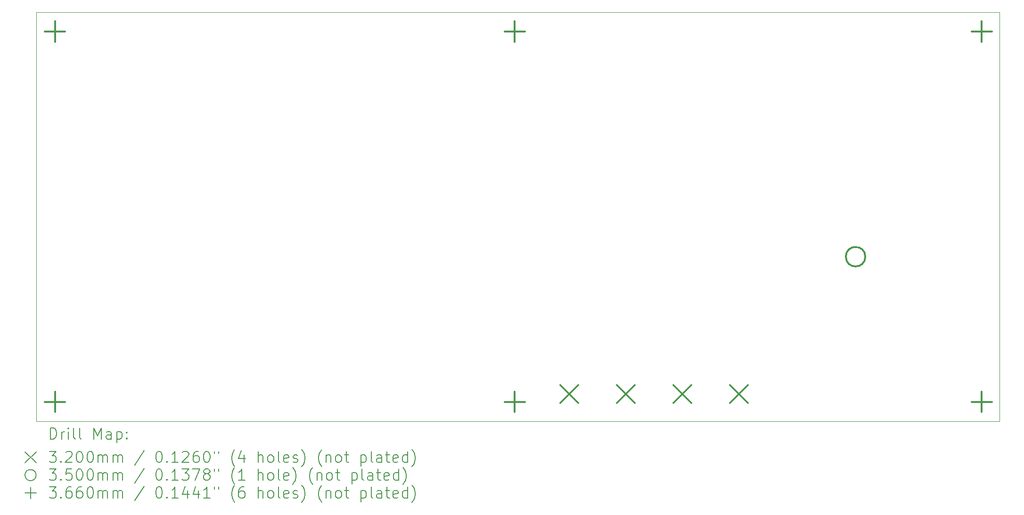
<source format=gbr>
%FSLAX45Y45*%
G04 Gerber Fmt 4.5, Leading zero omitted, Abs format (unit mm)*
G04 Created by KiCad (PCBNEW (6.0.0)) date 2022-01-24 17:43:45*
%MOMM*%
%LPD*%
G01*
G04 APERTURE LIST*
%TA.AperFunction,Profile*%
%ADD10C,0.100000*%
%TD*%
%ADD11C,0.200000*%
%ADD12C,0.320000*%
%ADD13C,0.350000*%
%ADD14C,0.366000*%
G04 APERTURE END LIST*
D10*
X4991700Y-5428000D02*
X22295450Y-5428000D01*
X22295450Y-5428000D02*
X22295450Y-12787000D01*
X4991700Y-5428000D02*
X4991700Y-12787000D01*
X22295450Y-12787000D02*
X4991700Y-12787000D01*
D11*
D12*
X14406900Y-12132200D02*
X14726900Y-12452200D01*
X14726900Y-12132200D02*
X14406900Y-12452200D01*
X15422900Y-12132200D02*
X15742900Y-12452200D01*
X15742900Y-12132200D02*
X15422900Y-12452200D01*
X16438900Y-12132200D02*
X16758900Y-12452200D01*
X16758900Y-12132200D02*
X16438900Y-12452200D01*
X17454900Y-12132200D02*
X17774900Y-12452200D01*
X17774900Y-12132200D02*
X17454900Y-12452200D01*
D13*
X19885400Y-9823400D02*
G75*
G03*
X19885400Y-9823400I-175000J0D01*
G01*
D14*
X5325700Y-5591000D02*
X5325700Y-5957000D01*
X5142700Y-5774000D02*
X5508700Y-5774000D01*
X5325700Y-12253000D02*
X5325700Y-12619000D01*
X5142700Y-12436000D02*
X5508700Y-12436000D01*
X13585700Y-5591000D02*
X13585700Y-5957000D01*
X13402700Y-5774000D02*
X13768700Y-5774000D01*
X13585700Y-12253000D02*
X13585700Y-12619000D01*
X13402700Y-12436000D02*
X13768700Y-12436000D01*
X21976700Y-5591000D02*
X21976700Y-5957000D01*
X21793700Y-5774000D02*
X22159700Y-5774000D01*
X21976700Y-12253000D02*
X21976700Y-12619000D01*
X21793700Y-12436000D02*
X22159700Y-12436000D01*
D11*
X5244319Y-13102476D02*
X5244319Y-12902476D01*
X5291938Y-12902476D01*
X5320510Y-12912000D01*
X5339557Y-12931048D01*
X5349081Y-12950095D01*
X5358605Y-12988190D01*
X5358605Y-13016762D01*
X5349081Y-13054857D01*
X5339557Y-13073905D01*
X5320510Y-13092952D01*
X5291938Y-13102476D01*
X5244319Y-13102476D01*
X5444319Y-13102476D02*
X5444319Y-12969143D01*
X5444319Y-13007238D02*
X5453843Y-12988190D01*
X5463367Y-12978667D01*
X5482414Y-12969143D01*
X5501462Y-12969143D01*
X5568129Y-13102476D02*
X5568129Y-12969143D01*
X5568129Y-12902476D02*
X5558605Y-12912000D01*
X5568129Y-12921524D01*
X5577652Y-12912000D01*
X5568129Y-12902476D01*
X5568129Y-12921524D01*
X5691938Y-13102476D02*
X5672890Y-13092952D01*
X5663367Y-13073905D01*
X5663367Y-12902476D01*
X5796700Y-13102476D02*
X5777652Y-13092952D01*
X5768128Y-13073905D01*
X5768128Y-12902476D01*
X6025271Y-13102476D02*
X6025271Y-12902476D01*
X6091938Y-13045333D01*
X6158605Y-12902476D01*
X6158605Y-13102476D01*
X6339557Y-13102476D02*
X6339557Y-12997714D01*
X6330033Y-12978667D01*
X6310986Y-12969143D01*
X6272890Y-12969143D01*
X6253843Y-12978667D01*
X6339557Y-13092952D02*
X6320509Y-13102476D01*
X6272890Y-13102476D01*
X6253843Y-13092952D01*
X6244319Y-13073905D01*
X6244319Y-13054857D01*
X6253843Y-13035809D01*
X6272890Y-13026286D01*
X6320509Y-13026286D01*
X6339557Y-13016762D01*
X6434795Y-12969143D02*
X6434795Y-13169143D01*
X6434795Y-12978667D02*
X6453843Y-12969143D01*
X6491938Y-12969143D01*
X6510986Y-12978667D01*
X6520509Y-12988190D01*
X6530033Y-13007238D01*
X6530033Y-13064381D01*
X6520509Y-13083428D01*
X6510986Y-13092952D01*
X6491938Y-13102476D01*
X6453843Y-13102476D01*
X6434795Y-13092952D01*
X6615748Y-13083428D02*
X6625271Y-13092952D01*
X6615748Y-13102476D01*
X6606224Y-13092952D01*
X6615748Y-13083428D01*
X6615748Y-13102476D01*
X6615748Y-12978667D02*
X6625271Y-12988190D01*
X6615748Y-12997714D01*
X6606224Y-12988190D01*
X6615748Y-12978667D01*
X6615748Y-12997714D01*
X4786700Y-13332000D02*
X4986700Y-13532000D01*
X4986700Y-13332000D02*
X4786700Y-13532000D01*
X5225271Y-13322476D02*
X5349081Y-13322476D01*
X5282414Y-13398667D01*
X5310986Y-13398667D01*
X5330033Y-13408190D01*
X5339557Y-13417714D01*
X5349081Y-13436762D01*
X5349081Y-13484381D01*
X5339557Y-13503428D01*
X5330033Y-13512952D01*
X5310986Y-13522476D01*
X5253843Y-13522476D01*
X5234795Y-13512952D01*
X5225271Y-13503428D01*
X5434795Y-13503428D02*
X5444319Y-13512952D01*
X5434795Y-13522476D01*
X5425271Y-13512952D01*
X5434795Y-13503428D01*
X5434795Y-13522476D01*
X5520510Y-13341524D02*
X5530033Y-13332000D01*
X5549081Y-13322476D01*
X5596700Y-13322476D01*
X5615748Y-13332000D01*
X5625271Y-13341524D01*
X5634795Y-13360571D01*
X5634795Y-13379619D01*
X5625271Y-13408190D01*
X5510986Y-13522476D01*
X5634795Y-13522476D01*
X5758605Y-13322476D02*
X5777652Y-13322476D01*
X5796700Y-13332000D01*
X5806224Y-13341524D01*
X5815748Y-13360571D01*
X5825271Y-13398667D01*
X5825271Y-13446286D01*
X5815748Y-13484381D01*
X5806224Y-13503428D01*
X5796700Y-13512952D01*
X5777652Y-13522476D01*
X5758605Y-13522476D01*
X5739557Y-13512952D01*
X5730033Y-13503428D01*
X5720509Y-13484381D01*
X5710986Y-13446286D01*
X5710986Y-13398667D01*
X5720509Y-13360571D01*
X5730033Y-13341524D01*
X5739557Y-13332000D01*
X5758605Y-13322476D01*
X5949081Y-13322476D02*
X5968128Y-13322476D01*
X5987176Y-13332000D01*
X5996700Y-13341524D01*
X6006224Y-13360571D01*
X6015748Y-13398667D01*
X6015748Y-13446286D01*
X6006224Y-13484381D01*
X5996700Y-13503428D01*
X5987176Y-13512952D01*
X5968128Y-13522476D01*
X5949081Y-13522476D01*
X5930033Y-13512952D01*
X5920509Y-13503428D01*
X5910986Y-13484381D01*
X5901462Y-13446286D01*
X5901462Y-13398667D01*
X5910986Y-13360571D01*
X5920509Y-13341524D01*
X5930033Y-13332000D01*
X5949081Y-13322476D01*
X6101462Y-13522476D02*
X6101462Y-13389143D01*
X6101462Y-13408190D02*
X6110986Y-13398667D01*
X6130033Y-13389143D01*
X6158605Y-13389143D01*
X6177652Y-13398667D01*
X6187176Y-13417714D01*
X6187176Y-13522476D01*
X6187176Y-13417714D02*
X6196700Y-13398667D01*
X6215748Y-13389143D01*
X6244319Y-13389143D01*
X6263367Y-13398667D01*
X6272890Y-13417714D01*
X6272890Y-13522476D01*
X6368128Y-13522476D02*
X6368128Y-13389143D01*
X6368128Y-13408190D02*
X6377652Y-13398667D01*
X6396700Y-13389143D01*
X6425271Y-13389143D01*
X6444319Y-13398667D01*
X6453843Y-13417714D01*
X6453843Y-13522476D01*
X6453843Y-13417714D02*
X6463367Y-13398667D01*
X6482414Y-13389143D01*
X6510986Y-13389143D01*
X6530033Y-13398667D01*
X6539557Y-13417714D01*
X6539557Y-13522476D01*
X6930033Y-13312952D02*
X6758605Y-13570095D01*
X7187176Y-13322476D02*
X7206224Y-13322476D01*
X7225271Y-13332000D01*
X7234795Y-13341524D01*
X7244319Y-13360571D01*
X7253843Y-13398667D01*
X7253843Y-13446286D01*
X7244319Y-13484381D01*
X7234795Y-13503428D01*
X7225271Y-13512952D01*
X7206224Y-13522476D01*
X7187176Y-13522476D01*
X7168128Y-13512952D01*
X7158605Y-13503428D01*
X7149081Y-13484381D01*
X7139557Y-13446286D01*
X7139557Y-13398667D01*
X7149081Y-13360571D01*
X7158605Y-13341524D01*
X7168128Y-13332000D01*
X7187176Y-13322476D01*
X7339557Y-13503428D02*
X7349081Y-13512952D01*
X7339557Y-13522476D01*
X7330033Y-13512952D01*
X7339557Y-13503428D01*
X7339557Y-13522476D01*
X7539557Y-13522476D02*
X7425271Y-13522476D01*
X7482414Y-13522476D02*
X7482414Y-13322476D01*
X7463367Y-13351048D01*
X7444319Y-13370095D01*
X7425271Y-13379619D01*
X7615748Y-13341524D02*
X7625271Y-13332000D01*
X7644319Y-13322476D01*
X7691938Y-13322476D01*
X7710986Y-13332000D01*
X7720509Y-13341524D01*
X7730033Y-13360571D01*
X7730033Y-13379619D01*
X7720509Y-13408190D01*
X7606224Y-13522476D01*
X7730033Y-13522476D01*
X7901462Y-13322476D02*
X7863367Y-13322476D01*
X7844319Y-13332000D01*
X7834795Y-13341524D01*
X7815748Y-13370095D01*
X7806224Y-13408190D01*
X7806224Y-13484381D01*
X7815748Y-13503428D01*
X7825271Y-13512952D01*
X7844319Y-13522476D01*
X7882414Y-13522476D01*
X7901462Y-13512952D01*
X7910986Y-13503428D01*
X7920509Y-13484381D01*
X7920509Y-13436762D01*
X7910986Y-13417714D01*
X7901462Y-13408190D01*
X7882414Y-13398667D01*
X7844319Y-13398667D01*
X7825271Y-13408190D01*
X7815748Y-13417714D01*
X7806224Y-13436762D01*
X8044319Y-13322476D02*
X8063367Y-13322476D01*
X8082414Y-13332000D01*
X8091938Y-13341524D01*
X8101462Y-13360571D01*
X8110986Y-13398667D01*
X8110986Y-13446286D01*
X8101462Y-13484381D01*
X8091938Y-13503428D01*
X8082414Y-13512952D01*
X8063367Y-13522476D01*
X8044319Y-13522476D01*
X8025271Y-13512952D01*
X8015748Y-13503428D01*
X8006224Y-13484381D01*
X7996700Y-13446286D01*
X7996700Y-13398667D01*
X8006224Y-13360571D01*
X8015748Y-13341524D01*
X8025271Y-13332000D01*
X8044319Y-13322476D01*
X8187176Y-13322476D02*
X8187176Y-13360571D01*
X8263367Y-13322476D02*
X8263367Y-13360571D01*
X8558605Y-13598667D02*
X8549081Y-13589143D01*
X8530033Y-13560571D01*
X8520510Y-13541524D01*
X8510986Y-13512952D01*
X8501462Y-13465333D01*
X8501462Y-13427238D01*
X8510986Y-13379619D01*
X8520510Y-13351048D01*
X8530033Y-13332000D01*
X8549081Y-13303428D01*
X8558605Y-13293905D01*
X8720510Y-13389143D02*
X8720510Y-13522476D01*
X8672890Y-13312952D02*
X8625271Y-13455809D01*
X8749081Y-13455809D01*
X8977652Y-13522476D02*
X8977652Y-13322476D01*
X9063367Y-13522476D02*
X9063367Y-13417714D01*
X9053843Y-13398667D01*
X9034795Y-13389143D01*
X9006224Y-13389143D01*
X8987176Y-13398667D01*
X8977652Y-13408190D01*
X9187176Y-13522476D02*
X9168129Y-13512952D01*
X9158605Y-13503428D01*
X9149081Y-13484381D01*
X9149081Y-13427238D01*
X9158605Y-13408190D01*
X9168129Y-13398667D01*
X9187176Y-13389143D01*
X9215748Y-13389143D01*
X9234795Y-13398667D01*
X9244319Y-13408190D01*
X9253843Y-13427238D01*
X9253843Y-13484381D01*
X9244319Y-13503428D01*
X9234795Y-13512952D01*
X9215748Y-13522476D01*
X9187176Y-13522476D01*
X9368129Y-13522476D02*
X9349081Y-13512952D01*
X9339557Y-13493905D01*
X9339557Y-13322476D01*
X9520510Y-13512952D02*
X9501462Y-13522476D01*
X9463367Y-13522476D01*
X9444319Y-13512952D01*
X9434795Y-13493905D01*
X9434795Y-13417714D01*
X9444319Y-13398667D01*
X9463367Y-13389143D01*
X9501462Y-13389143D01*
X9520510Y-13398667D01*
X9530033Y-13417714D01*
X9530033Y-13436762D01*
X9434795Y-13455809D01*
X9606224Y-13512952D02*
X9625271Y-13522476D01*
X9663367Y-13522476D01*
X9682414Y-13512952D01*
X9691938Y-13493905D01*
X9691938Y-13484381D01*
X9682414Y-13465333D01*
X9663367Y-13455809D01*
X9634795Y-13455809D01*
X9615748Y-13446286D01*
X9606224Y-13427238D01*
X9606224Y-13417714D01*
X9615748Y-13398667D01*
X9634795Y-13389143D01*
X9663367Y-13389143D01*
X9682414Y-13398667D01*
X9758605Y-13598667D02*
X9768129Y-13589143D01*
X9787176Y-13560571D01*
X9796700Y-13541524D01*
X9806224Y-13512952D01*
X9815748Y-13465333D01*
X9815748Y-13427238D01*
X9806224Y-13379619D01*
X9796700Y-13351048D01*
X9787176Y-13332000D01*
X9768129Y-13303428D01*
X9758605Y-13293905D01*
X10120510Y-13598667D02*
X10110986Y-13589143D01*
X10091938Y-13560571D01*
X10082414Y-13541524D01*
X10072890Y-13512952D01*
X10063367Y-13465333D01*
X10063367Y-13427238D01*
X10072890Y-13379619D01*
X10082414Y-13351048D01*
X10091938Y-13332000D01*
X10110986Y-13303428D01*
X10120510Y-13293905D01*
X10196700Y-13389143D02*
X10196700Y-13522476D01*
X10196700Y-13408190D02*
X10206224Y-13398667D01*
X10225271Y-13389143D01*
X10253843Y-13389143D01*
X10272890Y-13398667D01*
X10282414Y-13417714D01*
X10282414Y-13522476D01*
X10406224Y-13522476D02*
X10387176Y-13512952D01*
X10377652Y-13503428D01*
X10368129Y-13484381D01*
X10368129Y-13427238D01*
X10377652Y-13408190D01*
X10387176Y-13398667D01*
X10406224Y-13389143D01*
X10434795Y-13389143D01*
X10453843Y-13398667D01*
X10463367Y-13408190D01*
X10472890Y-13427238D01*
X10472890Y-13484381D01*
X10463367Y-13503428D01*
X10453843Y-13512952D01*
X10434795Y-13522476D01*
X10406224Y-13522476D01*
X10530033Y-13389143D02*
X10606224Y-13389143D01*
X10558605Y-13322476D02*
X10558605Y-13493905D01*
X10568129Y-13512952D01*
X10587176Y-13522476D01*
X10606224Y-13522476D01*
X10825271Y-13389143D02*
X10825271Y-13589143D01*
X10825271Y-13398667D02*
X10844319Y-13389143D01*
X10882414Y-13389143D01*
X10901462Y-13398667D01*
X10910986Y-13408190D01*
X10920510Y-13427238D01*
X10920510Y-13484381D01*
X10910986Y-13503428D01*
X10901462Y-13512952D01*
X10882414Y-13522476D01*
X10844319Y-13522476D01*
X10825271Y-13512952D01*
X11034795Y-13522476D02*
X11015748Y-13512952D01*
X11006224Y-13493905D01*
X11006224Y-13322476D01*
X11196700Y-13522476D02*
X11196700Y-13417714D01*
X11187176Y-13398667D01*
X11168129Y-13389143D01*
X11130033Y-13389143D01*
X11110986Y-13398667D01*
X11196700Y-13512952D02*
X11177652Y-13522476D01*
X11130033Y-13522476D01*
X11110986Y-13512952D01*
X11101462Y-13493905D01*
X11101462Y-13474857D01*
X11110986Y-13455809D01*
X11130033Y-13446286D01*
X11177652Y-13446286D01*
X11196700Y-13436762D01*
X11263367Y-13389143D02*
X11339557Y-13389143D01*
X11291938Y-13322476D02*
X11291938Y-13493905D01*
X11301462Y-13512952D01*
X11320509Y-13522476D01*
X11339557Y-13522476D01*
X11482414Y-13512952D02*
X11463367Y-13522476D01*
X11425271Y-13522476D01*
X11406224Y-13512952D01*
X11396700Y-13493905D01*
X11396700Y-13417714D01*
X11406224Y-13398667D01*
X11425271Y-13389143D01*
X11463367Y-13389143D01*
X11482414Y-13398667D01*
X11491938Y-13417714D01*
X11491938Y-13436762D01*
X11396700Y-13455809D01*
X11663367Y-13522476D02*
X11663367Y-13322476D01*
X11663367Y-13512952D02*
X11644319Y-13522476D01*
X11606224Y-13522476D01*
X11587176Y-13512952D01*
X11577652Y-13503428D01*
X11568128Y-13484381D01*
X11568128Y-13427238D01*
X11577652Y-13408190D01*
X11587176Y-13398667D01*
X11606224Y-13389143D01*
X11644319Y-13389143D01*
X11663367Y-13398667D01*
X11739557Y-13598667D02*
X11749081Y-13589143D01*
X11768128Y-13560571D01*
X11777652Y-13541524D01*
X11787176Y-13512952D01*
X11796700Y-13465333D01*
X11796700Y-13427238D01*
X11787176Y-13379619D01*
X11777652Y-13351048D01*
X11768128Y-13332000D01*
X11749081Y-13303428D01*
X11739557Y-13293905D01*
X4986700Y-13752000D02*
G75*
G03*
X4986700Y-13752000I-100000J0D01*
G01*
X5225271Y-13642476D02*
X5349081Y-13642476D01*
X5282414Y-13718667D01*
X5310986Y-13718667D01*
X5330033Y-13728190D01*
X5339557Y-13737714D01*
X5349081Y-13756762D01*
X5349081Y-13804381D01*
X5339557Y-13823428D01*
X5330033Y-13832952D01*
X5310986Y-13842476D01*
X5253843Y-13842476D01*
X5234795Y-13832952D01*
X5225271Y-13823428D01*
X5434795Y-13823428D02*
X5444319Y-13832952D01*
X5434795Y-13842476D01*
X5425271Y-13832952D01*
X5434795Y-13823428D01*
X5434795Y-13842476D01*
X5625271Y-13642476D02*
X5530033Y-13642476D01*
X5520510Y-13737714D01*
X5530033Y-13728190D01*
X5549081Y-13718667D01*
X5596700Y-13718667D01*
X5615748Y-13728190D01*
X5625271Y-13737714D01*
X5634795Y-13756762D01*
X5634795Y-13804381D01*
X5625271Y-13823428D01*
X5615748Y-13832952D01*
X5596700Y-13842476D01*
X5549081Y-13842476D01*
X5530033Y-13832952D01*
X5520510Y-13823428D01*
X5758605Y-13642476D02*
X5777652Y-13642476D01*
X5796700Y-13652000D01*
X5806224Y-13661524D01*
X5815748Y-13680571D01*
X5825271Y-13718667D01*
X5825271Y-13766286D01*
X5815748Y-13804381D01*
X5806224Y-13823428D01*
X5796700Y-13832952D01*
X5777652Y-13842476D01*
X5758605Y-13842476D01*
X5739557Y-13832952D01*
X5730033Y-13823428D01*
X5720509Y-13804381D01*
X5710986Y-13766286D01*
X5710986Y-13718667D01*
X5720509Y-13680571D01*
X5730033Y-13661524D01*
X5739557Y-13652000D01*
X5758605Y-13642476D01*
X5949081Y-13642476D02*
X5968128Y-13642476D01*
X5987176Y-13652000D01*
X5996700Y-13661524D01*
X6006224Y-13680571D01*
X6015748Y-13718667D01*
X6015748Y-13766286D01*
X6006224Y-13804381D01*
X5996700Y-13823428D01*
X5987176Y-13832952D01*
X5968128Y-13842476D01*
X5949081Y-13842476D01*
X5930033Y-13832952D01*
X5920509Y-13823428D01*
X5910986Y-13804381D01*
X5901462Y-13766286D01*
X5901462Y-13718667D01*
X5910986Y-13680571D01*
X5920509Y-13661524D01*
X5930033Y-13652000D01*
X5949081Y-13642476D01*
X6101462Y-13842476D02*
X6101462Y-13709143D01*
X6101462Y-13728190D02*
X6110986Y-13718667D01*
X6130033Y-13709143D01*
X6158605Y-13709143D01*
X6177652Y-13718667D01*
X6187176Y-13737714D01*
X6187176Y-13842476D01*
X6187176Y-13737714D02*
X6196700Y-13718667D01*
X6215748Y-13709143D01*
X6244319Y-13709143D01*
X6263367Y-13718667D01*
X6272890Y-13737714D01*
X6272890Y-13842476D01*
X6368128Y-13842476D02*
X6368128Y-13709143D01*
X6368128Y-13728190D02*
X6377652Y-13718667D01*
X6396700Y-13709143D01*
X6425271Y-13709143D01*
X6444319Y-13718667D01*
X6453843Y-13737714D01*
X6453843Y-13842476D01*
X6453843Y-13737714D02*
X6463367Y-13718667D01*
X6482414Y-13709143D01*
X6510986Y-13709143D01*
X6530033Y-13718667D01*
X6539557Y-13737714D01*
X6539557Y-13842476D01*
X6930033Y-13632952D02*
X6758605Y-13890095D01*
X7187176Y-13642476D02*
X7206224Y-13642476D01*
X7225271Y-13652000D01*
X7234795Y-13661524D01*
X7244319Y-13680571D01*
X7253843Y-13718667D01*
X7253843Y-13766286D01*
X7244319Y-13804381D01*
X7234795Y-13823428D01*
X7225271Y-13832952D01*
X7206224Y-13842476D01*
X7187176Y-13842476D01*
X7168128Y-13832952D01*
X7158605Y-13823428D01*
X7149081Y-13804381D01*
X7139557Y-13766286D01*
X7139557Y-13718667D01*
X7149081Y-13680571D01*
X7158605Y-13661524D01*
X7168128Y-13652000D01*
X7187176Y-13642476D01*
X7339557Y-13823428D02*
X7349081Y-13832952D01*
X7339557Y-13842476D01*
X7330033Y-13832952D01*
X7339557Y-13823428D01*
X7339557Y-13842476D01*
X7539557Y-13842476D02*
X7425271Y-13842476D01*
X7482414Y-13842476D02*
X7482414Y-13642476D01*
X7463367Y-13671048D01*
X7444319Y-13690095D01*
X7425271Y-13699619D01*
X7606224Y-13642476D02*
X7730033Y-13642476D01*
X7663367Y-13718667D01*
X7691938Y-13718667D01*
X7710986Y-13728190D01*
X7720509Y-13737714D01*
X7730033Y-13756762D01*
X7730033Y-13804381D01*
X7720509Y-13823428D01*
X7710986Y-13832952D01*
X7691938Y-13842476D01*
X7634795Y-13842476D01*
X7615748Y-13832952D01*
X7606224Y-13823428D01*
X7796700Y-13642476D02*
X7930033Y-13642476D01*
X7844319Y-13842476D01*
X8034795Y-13728190D02*
X8015748Y-13718667D01*
X8006224Y-13709143D01*
X7996700Y-13690095D01*
X7996700Y-13680571D01*
X8006224Y-13661524D01*
X8015748Y-13652000D01*
X8034795Y-13642476D01*
X8072890Y-13642476D01*
X8091938Y-13652000D01*
X8101462Y-13661524D01*
X8110986Y-13680571D01*
X8110986Y-13690095D01*
X8101462Y-13709143D01*
X8091938Y-13718667D01*
X8072890Y-13728190D01*
X8034795Y-13728190D01*
X8015748Y-13737714D01*
X8006224Y-13747238D01*
X7996700Y-13766286D01*
X7996700Y-13804381D01*
X8006224Y-13823428D01*
X8015748Y-13832952D01*
X8034795Y-13842476D01*
X8072890Y-13842476D01*
X8091938Y-13832952D01*
X8101462Y-13823428D01*
X8110986Y-13804381D01*
X8110986Y-13766286D01*
X8101462Y-13747238D01*
X8091938Y-13737714D01*
X8072890Y-13728190D01*
X8187176Y-13642476D02*
X8187176Y-13680571D01*
X8263367Y-13642476D02*
X8263367Y-13680571D01*
X8558605Y-13918667D02*
X8549081Y-13909143D01*
X8530033Y-13880571D01*
X8520510Y-13861524D01*
X8510986Y-13832952D01*
X8501462Y-13785333D01*
X8501462Y-13747238D01*
X8510986Y-13699619D01*
X8520510Y-13671048D01*
X8530033Y-13652000D01*
X8549081Y-13623428D01*
X8558605Y-13613905D01*
X8739557Y-13842476D02*
X8625271Y-13842476D01*
X8682414Y-13842476D02*
X8682414Y-13642476D01*
X8663367Y-13671048D01*
X8644319Y-13690095D01*
X8625271Y-13699619D01*
X8977652Y-13842476D02*
X8977652Y-13642476D01*
X9063367Y-13842476D02*
X9063367Y-13737714D01*
X9053843Y-13718667D01*
X9034795Y-13709143D01*
X9006224Y-13709143D01*
X8987176Y-13718667D01*
X8977652Y-13728190D01*
X9187176Y-13842476D02*
X9168129Y-13832952D01*
X9158605Y-13823428D01*
X9149081Y-13804381D01*
X9149081Y-13747238D01*
X9158605Y-13728190D01*
X9168129Y-13718667D01*
X9187176Y-13709143D01*
X9215748Y-13709143D01*
X9234795Y-13718667D01*
X9244319Y-13728190D01*
X9253843Y-13747238D01*
X9253843Y-13804381D01*
X9244319Y-13823428D01*
X9234795Y-13832952D01*
X9215748Y-13842476D01*
X9187176Y-13842476D01*
X9368129Y-13842476D02*
X9349081Y-13832952D01*
X9339557Y-13813905D01*
X9339557Y-13642476D01*
X9520510Y-13832952D02*
X9501462Y-13842476D01*
X9463367Y-13842476D01*
X9444319Y-13832952D01*
X9434795Y-13813905D01*
X9434795Y-13737714D01*
X9444319Y-13718667D01*
X9463367Y-13709143D01*
X9501462Y-13709143D01*
X9520510Y-13718667D01*
X9530033Y-13737714D01*
X9530033Y-13756762D01*
X9434795Y-13775809D01*
X9596700Y-13918667D02*
X9606224Y-13909143D01*
X9625271Y-13880571D01*
X9634795Y-13861524D01*
X9644319Y-13832952D01*
X9653843Y-13785333D01*
X9653843Y-13747238D01*
X9644319Y-13699619D01*
X9634795Y-13671048D01*
X9625271Y-13652000D01*
X9606224Y-13623428D01*
X9596700Y-13613905D01*
X9958605Y-13918667D02*
X9949081Y-13909143D01*
X9930033Y-13880571D01*
X9920510Y-13861524D01*
X9910986Y-13832952D01*
X9901462Y-13785333D01*
X9901462Y-13747238D01*
X9910986Y-13699619D01*
X9920510Y-13671048D01*
X9930033Y-13652000D01*
X9949081Y-13623428D01*
X9958605Y-13613905D01*
X10034795Y-13709143D02*
X10034795Y-13842476D01*
X10034795Y-13728190D02*
X10044319Y-13718667D01*
X10063367Y-13709143D01*
X10091938Y-13709143D01*
X10110986Y-13718667D01*
X10120510Y-13737714D01*
X10120510Y-13842476D01*
X10244319Y-13842476D02*
X10225271Y-13832952D01*
X10215748Y-13823428D01*
X10206224Y-13804381D01*
X10206224Y-13747238D01*
X10215748Y-13728190D01*
X10225271Y-13718667D01*
X10244319Y-13709143D01*
X10272890Y-13709143D01*
X10291938Y-13718667D01*
X10301462Y-13728190D01*
X10310986Y-13747238D01*
X10310986Y-13804381D01*
X10301462Y-13823428D01*
X10291938Y-13832952D01*
X10272890Y-13842476D01*
X10244319Y-13842476D01*
X10368129Y-13709143D02*
X10444319Y-13709143D01*
X10396700Y-13642476D02*
X10396700Y-13813905D01*
X10406224Y-13832952D01*
X10425271Y-13842476D01*
X10444319Y-13842476D01*
X10663367Y-13709143D02*
X10663367Y-13909143D01*
X10663367Y-13718667D02*
X10682414Y-13709143D01*
X10720510Y-13709143D01*
X10739557Y-13718667D01*
X10749081Y-13728190D01*
X10758605Y-13747238D01*
X10758605Y-13804381D01*
X10749081Y-13823428D01*
X10739557Y-13832952D01*
X10720510Y-13842476D01*
X10682414Y-13842476D01*
X10663367Y-13832952D01*
X10872890Y-13842476D02*
X10853843Y-13832952D01*
X10844319Y-13813905D01*
X10844319Y-13642476D01*
X11034795Y-13842476D02*
X11034795Y-13737714D01*
X11025271Y-13718667D01*
X11006224Y-13709143D01*
X10968129Y-13709143D01*
X10949081Y-13718667D01*
X11034795Y-13832952D02*
X11015748Y-13842476D01*
X10968129Y-13842476D01*
X10949081Y-13832952D01*
X10939557Y-13813905D01*
X10939557Y-13794857D01*
X10949081Y-13775809D01*
X10968129Y-13766286D01*
X11015748Y-13766286D01*
X11034795Y-13756762D01*
X11101462Y-13709143D02*
X11177652Y-13709143D01*
X11130033Y-13642476D02*
X11130033Y-13813905D01*
X11139557Y-13832952D01*
X11158605Y-13842476D01*
X11177652Y-13842476D01*
X11320509Y-13832952D02*
X11301462Y-13842476D01*
X11263367Y-13842476D01*
X11244319Y-13832952D01*
X11234795Y-13813905D01*
X11234795Y-13737714D01*
X11244319Y-13718667D01*
X11263367Y-13709143D01*
X11301462Y-13709143D01*
X11320509Y-13718667D01*
X11330033Y-13737714D01*
X11330033Y-13756762D01*
X11234795Y-13775809D01*
X11501462Y-13842476D02*
X11501462Y-13642476D01*
X11501462Y-13832952D02*
X11482414Y-13842476D01*
X11444319Y-13842476D01*
X11425271Y-13832952D01*
X11415748Y-13823428D01*
X11406224Y-13804381D01*
X11406224Y-13747238D01*
X11415748Y-13728190D01*
X11425271Y-13718667D01*
X11444319Y-13709143D01*
X11482414Y-13709143D01*
X11501462Y-13718667D01*
X11577652Y-13918667D02*
X11587176Y-13909143D01*
X11606224Y-13880571D01*
X11615748Y-13861524D01*
X11625271Y-13832952D01*
X11634795Y-13785333D01*
X11634795Y-13747238D01*
X11625271Y-13699619D01*
X11615748Y-13671048D01*
X11606224Y-13652000D01*
X11587176Y-13623428D01*
X11577652Y-13613905D01*
X4886700Y-13972000D02*
X4886700Y-14172000D01*
X4786700Y-14072000D02*
X4986700Y-14072000D01*
X5225271Y-13962476D02*
X5349081Y-13962476D01*
X5282414Y-14038667D01*
X5310986Y-14038667D01*
X5330033Y-14048190D01*
X5339557Y-14057714D01*
X5349081Y-14076762D01*
X5349081Y-14124381D01*
X5339557Y-14143428D01*
X5330033Y-14152952D01*
X5310986Y-14162476D01*
X5253843Y-14162476D01*
X5234795Y-14152952D01*
X5225271Y-14143428D01*
X5434795Y-14143428D02*
X5444319Y-14152952D01*
X5434795Y-14162476D01*
X5425271Y-14152952D01*
X5434795Y-14143428D01*
X5434795Y-14162476D01*
X5615748Y-13962476D02*
X5577652Y-13962476D01*
X5558605Y-13972000D01*
X5549081Y-13981524D01*
X5530033Y-14010095D01*
X5520510Y-14048190D01*
X5520510Y-14124381D01*
X5530033Y-14143428D01*
X5539557Y-14152952D01*
X5558605Y-14162476D01*
X5596700Y-14162476D01*
X5615748Y-14152952D01*
X5625271Y-14143428D01*
X5634795Y-14124381D01*
X5634795Y-14076762D01*
X5625271Y-14057714D01*
X5615748Y-14048190D01*
X5596700Y-14038667D01*
X5558605Y-14038667D01*
X5539557Y-14048190D01*
X5530033Y-14057714D01*
X5520510Y-14076762D01*
X5806224Y-13962476D02*
X5768128Y-13962476D01*
X5749081Y-13972000D01*
X5739557Y-13981524D01*
X5720509Y-14010095D01*
X5710986Y-14048190D01*
X5710986Y-14124381D01*
X5720509Y-14143428D01*
X5730033Y-14152952D01*
X5749081Y-14162476D01*
X5787176Y-14162476D01*
X5806224Y-14152952D01*
X5815748Y-14143428D01*
X5825271Y-14124381D01*
X5825271Y-14076762D01*
X5815748Y-14057714D01*
X5806224Y-14048190D01*
X5787176Y-14038667D01*
X5749081Y-14038667D01*
X5730033Y-14048190D01*
X5720509Y-14057714D01*
X5710986Y-14076762D01*
X5949081Y-13962476D02*
X5968128Y-13962476D01*
X5987176Y-13972000D01*
X5996700Y-13981524D01*
X6006224Y-14000571D01*
X6015748Y-14038667D01*
X6015748Y-14086286D01*
X6006224Y-14124381D01*
X5996700Y-14143428D01*
X5987176Y-14152952D01*
X5968128Y-14162476D01*
X5949081Y-14162476D01*
X5930033Y-14152952D01*
X5920509Y-14143428D01*
X5910986Y-14124381D01*
X5901462Y-14086286D01*
X5901462Y-14038667D01*
X5910986Y-14000571D01*
X5920509Y-13981524D01*
X5930033Y-13972000D01*
X5949081Y-13962476D01*
X6101462Y-14162476D02*
X6101462Y-14029143D01*
X6101462Y-14048190D02*
X6110986Y-14038667D01*
X6130033Y-14029143D01*
X6158605Y-14029143D01*
X6177652Y-14038667D01*
X6187176Y-14057714D01*
X6187176Y-14162476D01*
X6187176Y-14057714D02*
X6196700Y-14038667D01*
X6215748Y-14029143D01*
X6244319Y-14029143D01*
X6263367Y-14038667D01*
X6272890Y-14057714D01*
X6272890Y-14162476D01*
X6368128Y-14162476D02*
X6368128Y-14029143D01*
X6368128Y-14048190D02*
X6377652Y-14038667D01*
X6396700Y-14029143D01*
X6425271Y-14029143D01*
X6444319Y-14038667D01*
X6453843Y-14057714D01*
X6453843Y-14162476D01*
X6453843Y-14057714D02*
X6463367Y-14038667D01*
X6482414Y-14029143D01*
X6510986Y-14029143D01*
X6530033Y-14038667D01*
X6539557Y-14057714D01*
X6539557Y-14162476D01*
X6930033Y-13952952D02*
X6758605Y-14210095D01*
X7187176Y-13962476D02*
X7206224Y-13962476D01*
X7225271Y-13972000D01*
X7234795Y-13981524D01*
X7244319Y-14000571D01*
X7253843Y-14038667D01*
X7253843Y-14086286D01*
X7244319Y-14124381D01*
X7234795Y-14143428D01*
X7225271Y-14152952D01*
X7206224Y-14162476D01*
X7187176Y-14162476D01*
X7168128Y-14152952D01*
X7158605Y-14143428D01*
X7149081Y-14124381D01*
X7139557Y-14086286D01*
X7139557Y-14038667D01*
X7149081Y-14000571D01*
X7158605Y-13981524D01*
X7168128Y-13972000D01*
X7187176Y-13962476D01*
X7339557Y-14143428D02*
X7349081Y-14152952D01*
X7339557Y-14162476D01*
X7330033Y-14152952D01*
X7339557Y-14143428D01*
X7339557Y-14162476D01*
X7539557Y-14162476D02*
X7425271Y-14162476D01*
X7482414Y-14162476D02*
X7482414Y-13962476D01*
X7463367Y-13991048D01*
X7444319Y-14010095D01*
X7425271Y-14019619D01*
X7710986Y-14029143D02*
X7710986Y-14162476D01*
X7663367Y-13952952D02*
X7615748Y-14095809D01*
X7739557Y-14095809D01*
X7901462Y-14029143D02*
X7901462Y-14162476D01*
X7853843Y-13952952D02*
X7806224Y-14095809D01*
X7930033Y-14095809D01*
X8110986Y-14162476D02*
X7996700Y-14162476D01*
X8053843Y-14162476D02*
X8053843Y-13962476D01*
X8034795Y-13991048D01*
X8015748Y-14010095D01*
X7996700Y-14019619D01*
X8187176Y-13962476D02*
X8187176Y-14000571D01*
X8263367Y-13962476D02*
X8263367Y-14000571D01*
X8558605Y-14238667D02*
X8549081Y-14229143D01*
X8530033Y-14200571D01*
X8520510Y-14181524D01*
X8510986Y-14152952D01*
X8501462Y-14105333D01*
X8501462Y-14067238D01*
X8510986Y-14019619D01*
X8520510Y-13991048D01*
X8530033Y-13972000D01*
X8549081Y-13943428D01*
X8558605Y-13933905D01*
X8720510Y-13962476D02*
X8682414Y-13962476D01*
X8663367Y-13972000D01*
X8653843Y-13981524D01*
X8634795Y-14010095D01*
X8625271Y-14048190D01*
X8625271Y-14124381D01*
X8634795Y-14143428D01*
X8644319Y-14152952D01*
X8663367Y-14162476D01*
X8701462Y-14162476D01*
X8720510Y-14152952D01*
X8730033Y-14143428D01*
X8739557Y-14124381D01*
X8739557Y-14076762D01*
X8730033Y-14057714D01*
X8720510Y-14048190D01*
X8701462Y-14038667D01*
X8663367Y-14038667D01*
X8644319Y-14048190D01*
X8634795Y-14057714D01*
X8625271Y-14076762D01*
X8977652Y-14162476D02*
X8977652Y-13962476D01*
X9063367Y-14162476D02*
X9063367Y-14057714D01*
X9053843Y-14038667D01*
X9034795Y-14029143D01*
X9006224Y-14029143D01*
X8987176Y-14038667D01*
X8977652Y-14048190D01*
X9187176Y-14162476D02*
X9168129Y-14152952D01*
X9158605Y-14143428D01*
X9149081Y-14124381D01*
X9149081Y-14067238D01*
X9158605Y-14048190D01*
X9168129Y-14038667D01*
X9187176Y-14029143D01*
X9215748Y-14029143D01*
X9234795Y-14038667D01*
X9244319Y-14048190D01*
X9253843Y-14067238D01*
X9253843Y-14124381D01*
X9244319Y-14143428D01*
X9234795Y-14152952D01*
X9215748Y-14162476D01*
X9187176Y-14162476D01*
X9368129Y-14162476D02*
X9349081Y-14152952D01*
X9339557Y-14133905D01*
X9339557Y-13962476D01*
X9520510Y-14152952D02*
X9501462Y-14162476D01*
X9463367Y-14162476D01*
X9444319Y-14152952D01*
X9434795Y-14133905D01*
X9434795Y-14057714D01*
X9444319Y-14038667D01*
X9463367Y-14029143D01*
X9501462Y-14029143D01*
X9520510Y-14038667D01*
X9530033Y-14057714D01*
X9530033Y-14076762D01*
X9434795Y-14095809D01*
X9606224Y-14152952D02*
X9625271Y-14162476D01*
X9663367Y-14162476D01*
X9682414Y-14152952D01*
X9691938Y-14133905D01*
X9691938Y-14124381D01*
X9682414Y-14105333D01*
X9663367Y-14095809D01*
X9634795Y-14095809D01*
X9615748Y-14086286D01*
X9606224Y-14067238D01*
X9606224Y-14057714D01*
X9615748Y-14038667D01*
X9634795Y-14029143D01*
X9663367Y-14029143D01*
X9682414Y-14038667D01*
X9758605Y-14238667D02*
X9768129Y-14229143D01*
X9787176Y-14200571D01*
X9796700Y-14181524D01*
X9806224Y-14152952D01*
X9815748Y-14105333D01*
X9815748Y-14067238D01*
X9806224Y-14019619D01*
X9796700Y-13991048D01*
X9787176Y-13972000D01*
X9768129Y-13943428D01*
X9758605Y-13933905D01*
X10120510Y-14238667D02*
X10110986Y-14229143D01*
X10091938Y-14200571D01*
X10082414Y-14181524D01*
X10072890Y-14152952D01*
X10063367Y-14105333D01*
X10063367Y-14067238D01*
X10072890Y-14019619D01*
X10082414Y-13991048D01*
X10091938Y-13972000D01*
X10110986Y-13943428D01*
X10120510Y-13933905D01*
X10196700Y-14029143D02*
X10196700Y-14162476D01*
X10196700Y-14048190D02*
X10206224Y-14038667D01*
X10225271Y-14029143D01*
X10253843Y-14029143D01*
X10272890Y-14038667D01*
X10282414Y-14057714D01*
X10282414Y-14162476D01*
X10406224Y-14162476D02*
X10387176Y-14152952D01*
X10377652Y-14143428D01*
X10368129Y-14124381D01*
X10368129Y-14067238D01*
X10377652Y-14048190D01*
X10387176Y-14038667D01*
X10406224Y-14029143D01*
X10434795Y-14029143D01*
X10453843Y-14038667D01*
X10463367Y-14048190D01*
X10472890Y-14067238D01*
X10472890Y-14124381D01*
X10463367Y-14143428D01*
X10453843Y-14152952D01*
X10434795Y-14162476D01*
X10406224Y-14162476D01*
X10530033Y-14029143D02*
X10606224Y-14029143D01*
X10558605Y-13962476D02*
X10558605Y-14133905D01*
X10568129Y-14152952D01*
X10587176Y-14162476D01*
X10606224Y-14162476D01*
X10825271Y-14029143D02*
X10825271Y-14229143D01*
X10825271Y-14038667D02*
X10844319Y-14029143D01*
X10882414Y-14029143D01*
X10901462Y-14038667D01*
X10910986Y-14048190D01*
X10920510Y-14067238D01*
X10920510Y-14124381D01*
X10910986Y-14143428D01*
X10901462Y-14152952D01*
X10882414Y-14162476D01*
X10844319Y-14162476D01*
X10825271Y-14152952D01*
X11034795Y-14162476D02*
X11015748Y-14152952D01*
X11006224Y-14133905D01*
X11006224Y-13962476D01*
X11196700Y-14162476D02*
X11196700Y-14057714D01*
X11187176Y-14038667D01*
X11168129Y-14029143D01*
X11130033Y-14029143D01*
X11110986Y-14038667D01*
X11196700Y-14152952D02*
X11177652Y-14162476D01*
X11130033Y-14162476D01*
X11110986Y-14152952D01*
X11101462Y-14133905D01*
X11101462Y-14114857D01*
X11110986Y-14095809D01*
X11130033Y-14086286D01*
X11177652Y-14086286D01*
X11196700Y-14076762D01*
X11263367Y-14029143D02*
X11339557Y-14029143D01*
X11291938Y-13962476D02*
X11291938Y-14133905D01*
X11301462Y-14152952D01*
X11320509Y-14162476D01*
X11339557Y-14162476D01*
X11482414Y-14152952D02*
X11463367Y-14162476D01*
X11425271Y-14162476D01*
X11406224Y-14152952D01*
X11396700Y-14133905D01*
X11396700Y-14057714D01*
X11406224Y-14038667D01*
X11425271Y-14029143D01*
X11463367Y-14029143D01*
X11482414Y-14038667D01*
X11491938Y-14057714D01*
X11491938Y-14076762D01*
X11396700Y-14095809D01*
X11663367Y-14162476D02*
X11663367Y-13962476D01*
X11663367Y-14152952D02*
X11644319Y-14162476D01*
X11606224Y-14162476D01*
X11587176Y-14152952D01*
X11577652Y-14143428D01*
X11568128Y-14124381D01*
X11568128Y-14067238D01*
X11577652Y-14048190D01*
X11587176Y-14038667D01*
X11606224Y-14029143D01*
X11644319Y-14029143D01*
X11663367Y-14038667D01*
X11739557Y-14238667D02*
X11749081Y-14229143D01*
X11768128Y-14200571D01*
X11777652Y-14181524D01*
X11787176Y-14152952D01*
X11796700Y-14105333D01*
X11796700Y-14067238D01*
X11787176Y-14019619D01*
X11777652Y-13991048D01*
X11768128Y-13972000D01*
X11749081Y-13943428D01*
X11739557Y-13933905D01*
M02*

</source>
